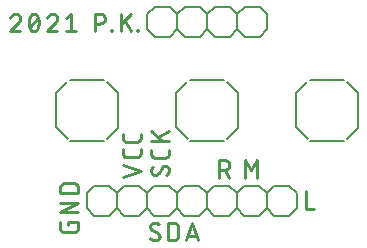
<source format=gto>
G04 EAGLE Gerber RS-274X export*
G75*
%MOMM*%
%FSLAX34Y34*%
%LPD*%
%INTop Silkscreen*%
%IPPOS*%
%AMOC8*
5,1,8,0,0,1.08239X$1,22.5*%
G01*
G04 Define Apertures*
%ADD10C,0.279400*%
%ADD11C,0.152400*%
%ADD12C,0.127000*%
D10*
X19723Y192637D02*
X19721Y192757D01*
X19715Y192877D01*
X19706Y192997D01*
X19692Y193116D01*
X19675Y193235D01*
X19654Y193353D01*
X19629Y193471D01*
X19600Y193587D01*
X19568Y193703D01*
X19532Y193818D01*
X19492Y193931D01*
X19449Y194043D01*
X19402Y194154D01*
X19352Y194263D01*
X19298Y194370D01*
X19241Y194476D01*
X19180Y194579D01*
X19116Y194681D01*
X19049Y194781D01*
X18979Y194878D01*
X18906Y194973D01*
X18829Y195066D01*
X18750Y195156D01*
X18668Y195244D01*
X18583Y195329D01*
X18495Y195411D01*
X18405Y195490D01*
X18312Y195567D01*
X18217Y195640D01*
X18120Y195710D01*
X18020Y195777D01*
X17918Y195841D01*
X17815Y195902D01*
X17709Y195959D01*
X17602Y196013D01*
X17493Y196063D01*
X17382Y196110D01*
X17270Y196153D01*
X17157Y196193D01*
X17042Y196229D01*
X16926Y196261D01*
X16810Y196290D01*
X16692Y196315D01*
X16574Y196336D01*
X16455Y196353D01*
X16336Y196367D01*
X16216Y196376D01*
X16096Y196382D01*
X15976Y196384D01*
X15976Y196383D02*
X15838Y196381D01*
X15701Y196375D01*
X15564Y196365D01*
X15427Y196352D01*
X15291Y196334D01*
X15155Y196312D01*
X15019Y196287D01*
X14885Y196258D01*
X14752Y196225D01*
X14619Y196188D01*
X14488Y196147D01*
X14357Y196103D01*
X14229Y196055D01*
X14101Y196003D01*
X13975Y195947D01*
X13851Y195888D01*
X13728Y195826D01*
X13608Y195760D01*
X13489Y195691D01*
X13372Y195618D01*
X13258Y195542D01*
X13145Y195462D01*
X13035Y195380D01*
X12927Y195294D01*
X12822Y195206D01*
X12720Y195114D01*
X12620Y195020D01*
X12522Y194922D01*
X12428Y194822D01*
X12337Y194719D01*
X12248Y194614D01*
X12163Y194506D01*
X12080Y194396D01*
X12001Y194284D01*
X11925Y194169D01*
X11852Y194052D01*
X11783Y193933D01*
X11717Y193813D01*
X11655Y193690D01*
X11596Y193566D01*
X11541Y193440D01*
X11489Y193312D01*
X11441Y193183D01*
X11397Y193053D01*
X18473Y189723D02*
X18563Y189811D01*
X18649Y189902D01*
X18733Y189995D01*
X18814Y190091D01*
X18892Y190189D01*
X18966Y190289D01*
X19038Y190392D01*
X19106Y190497D01*
X19171Y190605D01*
X19233Y190714D01*
X19291Y190825D01*
X19346Y190938D01*
X19397Y191052D01*
X19444Y191168D01*
X19488Y191285D01*
X19528Y191404D01*
X19565Y191524D01*
X19598Y191645D01*
X19627Y191767D01*
X19652Y191889D01*
X19673Y192013D01*
X19691Y192137D01*
X19704Y192262D01*
X19714Y192387D01*
X19720Y192512D01*
X19722Y192637D01*
X18474Y189723D02*
X11397Y181397D01*
X19723Y181397D01*
X27028Y188890D02*
X27032Y189185D01*
X27042Y189479D01*
X27060Y189774D01*
X27084Y190068D01*
X27116Y190361D01*
X27154Y190653D01*
X27200Y190944D01*
X27253Y191234D01*
X27312Y191523D01*
X27378Y191810D01*
X27451Y192096D01*
X27531Y192380D01*
X27618Y192662D01*
X27711Y192941D01*
X27811Y193219D01*
X27918Y193493D01*
X28031Y193766D01*
X28151Y194035D01*
X28277Y194302D01*
X28315Y194405D01*
X28356Y194506D01*
X28400Y194605D01*
X28448Y194704D01*
X28499Y194800D01*
X28554Y194894D01*
X28612Y194987D01*
X28673Y195077D01*
X28738Y195165D01*
X28805Y195251D01*
X28876Y195334D01*
X28949Y195415D01*
X29025Y195493D01*
X29104Y195569D01*
X29186Y195641D01*
X29270Y195711D01*
X29357Y195777D01*
X29445Y195841D01*
X29536Y195901D01*
X29630Y195958D01*
X29725Y196012D01*
X29822Y196062D01*
X29920Y196109D01*
X30020Y196152D01*
X30122Y196192D01*
X30225Y196228D01*
X30329Y196260D01*
X30435Y196289D01*
X30541Y196314D01*
X30648Y196335D01*
X30756Y196352D01*
X30864Y196366D01*
X30973Y196375D01*
X31082Y196381D01*
X31191Y196383D01*
X31300Y196381D01*
X31409Y196375D01*
X31518Y196366D01*
X31626Y196352D01*
X31734Y196335D01*
X31841Y196314D01*
X31947Y196289D01*
X32053Y196260D01*
X32157Y196228D01*
X32260Y196192D01*
X32362Y196152D01*
X32462Y196109D01*
X32560Y196062D01*
X32657Y196012D01*
X32752Y195958D01*
X32846Y195901D01*
X32937Y195841D01*
X33025Y195777D01*
X33112Y195711D01*
X33196Y195641D01*
X33278Y195569D01*
X33357Y195493D01*
X33433Y195415D01*
X33506Y195334D01*
X33577Y195251D01*
X33644Y195165D01*
X33709Y195077D01*
X33770Y194987D01*
X33828Y194894D01*
X33883Y194800D01*
X33934Y194704D01*
X33982Y194605D01*
X34026Y194506D01*
X34067Y194405D01*
X34105Y194302D01*
X34231Y194035D01*
X34351Y193766D01*
X34464Y193493D01*
X34571Y193219D01*
X34671Y192941D01*
X34764Y192662D01*
X34851Y192380D01*
X34931Y192096D01*
X35004Y191810D01*
X35070Y191523D01*
X35129Y191234D01*
X35182Y190944D01*
X35228Y190653D01*
X35266Y190361D01*
X35298Y190068D01*
X35322Y189774D01*
X35340Y189479D01*
X35350Y189185D01*
X35354Y188890D01*
X27028Y188890D02*
X27032Y188595D01*
X27042Y188301D01*
X27060Y188006D01*
X27084Y187712D01*
X27116Y187419D01*
X27154Y187127D01*
X27200Y186836D01*
X27253Y186546D01*
X27312Y186257D01*
X27378Y185970D01*
X27451Y185684D01*
X27531Y185400D01*
X27618Y185118D01*
X27711Y184839D01*
X27811Y184561D01*
X27918Y184287D01*
X28031Y184014D01*
X28151Y183745D01*
X28277Y183478D01*
X28315Y183375D01*
X28356Y183274D01*
X28400Y183175D01*
X28448Y183076D01*
X28499Y182980D01*
X28554Y182886D01*
X28612Y182793D01*
X28673Y182703D01*
X28738Y182615D01*
X28805Y182529D01*
X28876Y182446D01*
X28949Y182365D01*
X29025Y182287D01*
X29104Y182211D01*
X29186Y182139D01*
X29270Y182069D01*
X29357Y182003D01*
X29445Y181939D01*
X29536Y181879D01*
X29630Y181822D01*
X29725Y181768D01*
X29822Y181718D01*
X29920Y181671D01*
X30020Y181628D01*
X30122Y181588D01*
X30225Y181552D01*
X30329Y181520D01*
X30435Y181491D01*
X30541Y181466D01*
X30648Y181445D01*
X30756Y181428D01*
X30864Y181414D01*
X30973Y181405D01*
X31082Y181399D01*
X31191Y181397D01*
X34105Y183478D02*
X34231Y183745D01*
X34351Y184014D01*
X34464Y184287D01*
X34571Y184561D01*
X34671Y184839D01*
X34764Y185118D01*
X34851Y185400D01*
X34931Y185684D01*
X35004Y185970D01*
X35070Y186257D01*
X35129Y186546D01*
X35182Y186836D01*
X35228Y187127D01*
X35266Y187419D01*
X35298Y187712D01*
X35322Y188006D01*
X35340Y188301D01*
X35350Y188595D01*
X35354Y188890D01*
X34105Y183478D02*
X34067Y183375D01*
X34026Y183274D01*
X33982Y183175D01*
X33934Y183076D01*
X33883Y182980D01*
X33828Y182886D01*
X33770Y182793D01*
X33709Y182703D01*
X33644Y182615D01*
X33577Y182529D01*
X33506Y182446D01*
X33433Y182365D01*
X33357Y182287D01*
X33278Y182211D01*
X33196Y182139D01*
X33112Y182069D01*
X33025Y182003D01*
X32937Y181939D01*
X32845Y181879D01*
X32752Y181822D01*
X32657Y181768D01*
X32560Y181718D01*
X32462Y181671D01*
X32362Y181628D01*
X32260Y181588D01*
X32157Y181552D01*
X32053Y181520D01*
X31947Y181491D01*
X31841Y181466D01*
X31734Y181445D01*
X31626Y181428D01*
X31518Y181414D01*
X31409Y181405D01*
X31300Y181399D01*
X31191Y181397D01*
X27861Y184727D02*
X34521Y193053D01*
X47238Y196384D02*
X47358Y196382D01*
X47478Y196376D01*
X47598Y196367D01*
X47717Y196353D01*
X47836Y196336D01*
X47954Y196315D01*
X48072Y196290D01*
X48188Y196261D01*
X48304Y196229D01*
X48419Y196193D01*
X48532Y196153D01*
X48644Y196110D01*
X48755Y196063D01*
X48864Y196013D01*
X48971Y195959D01*
X49077Y195902D01*
X49180Y195841D01*
X49282Y195777D01*
X49382Y195710D01*
X49479Y195640D01*
X49574Y195567D01*
X49667Y195490D01*
X49757Y195411D01*
X49845Y195329D01*
X49930Y195244D01*
X50012Y195156D01*
X50091Y195066D01*
X50168Y194973D01*
X50241Y194878D01*
X50311Y194781D01*
X50378Y194681D01*
X50442Y194579D01*
X50503Y194476D01*
X50560Y194370D01*
X50614Y194263D01*
X50664Y194154D01*
X50711Y194043D01*
X50754Y193931D01*
X50794Y193818D01*
X50830Y193703D01*
X50862Y193587D01*
X50891Y193471D01*
X50916Y193353D01*
X50937Y193235D01*
X50954Y193116D01*
X50968Y192997D01*
X50977Y192877D01*
X50983Y192757D01*
X50985Y192637D01*
X47238Y196383D02*
X47100Y196381D01*
X46963Y196375D01*
X46826Y196365D01*
X46689Y196352D01*
X46553Y196334D01*
X46417Y196312D01*
X46281Y196287D01*
X46147Y196258D01*
X46014Y196225D01*
X45881Y196188D01*
X45750Y196147D01*
X45619Y196103D01*
X45491Y196055D01*
X45363Y196003D01*
X45237Y195947D01*
X45113Y195888D01*
X44990Y195826D01*
X44870Y195760D01*
X44751Y195691D01*
X44634Y195618D01*
X44520Y195542D01*
X44407Y195462D01*
X44297Y195380D01*
X44189Y195294D01*
X44084Y195206D01*
X43982Y195114D01*
X43882Y195020D01*
X43784Y194922D01*
X43690Y194822D01*
X43599Y194719D01*
X43510Y194614D01*
X43425Y194506D01*
X43342Y194396D01*
X43263Y194284D01*
X43187Y194169D01*
X43114Y194052D01*
X43045Y193933D01*
X42979Y193813D01*
X42917Y193690D01*
X42858Y193566D01*
X42803Y193440D01*
X42751Y193312D01*
X42703Y193183D01*
X42659Y193053D01*
X49736Y189723D02*
X49826Y189811D01*
X49912Y189902D01*
X49996Y189995D01*
X50077Y190091D01*
X50155Y190189D01*
X50229Y190289D01*
X50301Y190392D01*
X50369Y190497D01*
X50434Y190605D01*
X50496Y190714D01*
X50554Y190825D01*
X50609Y190938D01*
X50660Y191052D01*
X50707Y191168D01*
X50751Y191285D01*
X50791Y191404D01*
X50828Y191524D01*
X50861Y191645D01*
X50890Y191767D01*
X50915Y191889D01*
X50936Y192013D01*
X50954Y192137D01*
X50967Y192262D01*
X50977Y192387D01*
X50983Y192512D01*
X50985Y192637D01*
X49736Y189723D02*
X42659Y181397D01*
X50985Y181397D01*
X58291Y193053D02*
X62453Y196383D01*
X62453Y181397D01*
X58291Y181397D02*
X66616Y181397D01*
X83098Y181397D02*
X83098Y196383D01*
X87260Y196383D01*
X87388Y196381D01*
X87516Y196375D01*
X87644Y196365D01*
X87772Y196351D01*
X87899Y196334D01*
X88025Y196312D01*
X88151Y196287D01*
X88275Y196257D01*
X88399Y196224D01*
X88522Y196187D01*
X88644Y196146D01*
X88764Y196102D01*
X88883Y196054D01*
X89000Y196002D01*
X89116Y195947D01*
X89229Y195888D01*
X89342Y195825D01*
X89452Y195759D01*
X89559Y195690D01*
X89665Y195618D01*
X89769Y195542D01*
X89870Y195463D01*
X89969Y195381D01*
X90065Y195296D01*
X90158Y195209D01*
X90249Y195118D01*
X90336Y195025D01*
X90421Y194929D01*
X90503Y194830D01*
X90582Y194729D01*
X90658Y194625D01*
X90730Y194519D01*
X90799Y194412D01*
X90865Y194301D01*
X90928Y194189D01*
X90987Y194076D01*
X91042Y193960D01*
X91094Y193843D01*
X91142Y193724D01*
X91186Y193604D01*
X91227Y193482D01*
X91264Y193359D01*
X91297Y193235D01*
X91327Y193111D01*
X91352Y192985D01*
X91374Y192859D01*
X91391Y192732D01*
X91405Y192604D01*
X91415Y192476D01*
X91421Y192348D01*
X91423Y192220D01*
X91421Y192092D01*
X91415Y191964D01*
X91405Y191836D01*
X91391Y191708D01*
X91374Y191581D01*
X91352Y191455D01*
X91327Y191329D01*
X91297Y191205D01*
X91264Y191081D01*
X91227Y190958D01*
X91186Y190836D01*
X91142Y190716D01*
X91094Y190597D01*
X91042Y190480D01*
X90987Y190364D01*
X90928Y190251D01*
X90865Y190139D01*
X90799Y190028D01*
X90730Y189921D01*
X90658Y189815D01*
X90582Y189711D01*
X90503Y189610D01*
X90421Y189511D01*
X90336Y189415D01*
X90249Y189322D01*
X90158Y189231D01*
X90065Y189144D01*
X89969Y189059D01*
X89870Y188977D01*
X89769Y188898D01*
X89665Y188822D01*
X89559Y188750D01*
X89452Y188681D01*
X89342Y188615D01*
X89229Y188552D01*
X89116Y188493D01*
X89000Y188438D01*
X88883Y188386D01*
X88764Y188338D01*
X88644Y188294D01*
X88522Y188253D01*
X88399Y188216D01*
X88275Y188183D01*
X88151Y188153D01*
X88025Y188128D01*
X87899Y188106D01*
X87772Y188089D01*
X87644Y188075D01*
X87516Y188065D01*
X87388Y188059D01*
X87260Y188057D01*
X83098Y188057D01*
X96947Y182230D02*
X96947Y181397D01*
X96947Y182230D02*
X97779Y182230D01*
X97779Y181397D01*
X96947Y181397D01*
X104981Y181397D02*
X104981Y196383D01*
X113307Y196383D02*
X104981Y187225D01*
X108312Y190555D02*
X113307Y181397D01*
X118831Y181397D02*
X118831Y182230D01*
X119663Y182230D01*
X119663Y181397D01*
X118831Y181397D01*
X60277Y19723D02*
X60277Y17225D01*
X60277Y19723D02*
X68603Y19723D01*
X68603Y14727D01*
X68601Y14613D01*
X68595Y14500D01*
X68586Y14386D01*
X68572Y14274D01*
X68555Y14161D01*
X68533Y14049D01*
X68508Y13939D01*
X68480Y13829D01*
X68447Y13720D01*
X68411Y13612D01*
X68371Y13505D01*
X68327Y13400D01*
X68280Y13297D01*
X68230Y13195D01*
X68176Y13095D01*
X68118Y12997D01*
X68057Y12901D01*
X67994Y12807D01*
X67926Y12715D01*
X67856Y12625D01*
X67783Y12539D01*
X67707Y12454D01*
X67628Y12372D01*
X67546Y12293D01*
X67462Y12217D01*
X67375Y12144D01*
X67285Y12074D01*
X67193Y12007D01*
X67099Y11943D01*
X67003Y11882D01*
X66905Y11824D01*
X66805Y11770D01*
X66703Y11720D01*
X66600Y11673D01*
X66495Y11629D01*
X66388Y11589D01*
X66280Y11553D01*
X66171Y11520D01*
X66061Y11492D01*
X65951Y11467D01*
X65839Y11445D01*
X65726Y11428D01*
X65614Y11414D01*
X65500Y11405D01*
X65387Y11399D01*
X65273Y11397D01*
X56947Y11397D01*
X56833Y11399D01*
X56720Y11405D01*
X56606Y11414D01*
X56494Y11428D01*
X56381Y11445D01*
X56269Y11467D01*
X56159Y11492D01*
X56049Y11520D01*
X55940Y11553D01*
X55832Y11589D01*
X55725Y11629D01*
X55620Y11673D01*
X55517Y11720D01*
X55415Y11770D01*
X55315Y11824D01*
X55217Y11882D01*
X55121Y11943D01*
X55027Y12006D01*
X54935Y12074D01*
X54845Y12144D01*
X54759Y12217D01*
X54674Y12293D01*
X54592Y12372D01*
X54513Y12454D01*
X54437Y12538D01*
X54364Y12625D01*
X54294Y12715D01*
X54227Y12807D01*
X54163Y12901D01*
X54102Y12997D01*
X54044Y13095D01*
X53990Y13195D01*
X53940Y13297D01*
X53893Y13400D01*
X53849Y13505D01*
X53809Y13612D01*
X53773Y13720D01*
X53740Y13829D01*
X53712Y13939D01*
X53687Y14049D01*
X53665Y14161D01*
X53648Y14274D01*
X53634Y14386D01*
X53625Y14500D01*
X53619Y14613D01*
X53617Y14727D01*
X53617Y19723D01*
X53617Y28070D02*
X68603Y28070D01*
X68603Y36396D02*
X53617Y28070D01*
X53617Y36396D02*
X68603Y36396D01*
X68603Y44744D02*
X53617Y44744D01*
X53617Y48906D01*
X53619Y49034D01*
X53625Y49162D01*
X53635Y49290D01*
X53649Y49418D01*
X53666Y49545D01*
X53688Y49671D01*
X53713Y49797D01*
X53743Y49921D01*
X53776Y50045D01*
X53813Y50168D01*
X53854Y50290D01*
X53898Y50410D01*
X53946Y50529D01*
X53998Y50646D01*
X54053Y50762D01*
X54112Y50875D01*
X54175Y50988D01*
X54241Y51098D01*
X54310Y51206D01*
X54382Y51311D01*
X54458Y51415D01*
X54537Y51516D01*
X54619Y51615D01*
X54704Y51711D01*
X54791Y51804D01*
X54882Y51895D01*
X54975Y51983D01*
X55071Y52067D01*
X55170Y52149D01*
X55271Y52228D01*
X55375Y52304D01*
X55481Y52376D01*
X55588Y52445D01*
X55699Y52511D01*
X55811Y52574D01*
X55924Y52633D01*
X56040Y52688D01*
X56157Y52740D01*
X56276Y52788D01*
X56396Y52832D01*
X56518Y52873D01*
X56641Y52910D01*
X56765Y52943D01*
X56889Y52973D01*
X57015Y52998D01*
X57141Y53020D01*
X57268Y53037D01*
X57396Y53051D01*
X57524Y53061D01*
X57652Y53067D01*
X57780Y53069D01*
X64440Y53069D01*
X64568Y53067D01*
X64696Y53061D01*
X64824Y53051D01*
X64952Y53037D01*
X65079Y53020D01*
X65205Y52998D01*
X65331Y52973D01*
X65455Y52943D01*
X65579Y52910D01*
X65702Y52873D01*
X65824Y52832D01*
X65944Y52788D01*
X66063Y52740D01*
X66180Y52688D01*
X66296Y52633D01*
X66409Y52574D01*
X66522Y52511D01*
X66632Y52445D01*
X66739Y52376D01*
X66845Y52304D01*
X66949Y52228D01*
X67050Y52149D01*
X67149Y52067D01*
X67245Y51982D01*
X67338Y51895D01*
X67429Y51804D01*
X67516Y51711D01*
X67601Y51615D01*
X67683Y51516D01*
X67762Y51415D01*
X67838Y51311D01*
X67910Y51205D01*
X67979Y51098D01*
X68045Y50988D01*
X68108Y50875D01*
X68167Y50762D01*
X68222Y50646D01*
X68274Y50529D01*
X68322Y50410D01*
X68366Y50290D01*
X68407Y50168D01*
X68444Y50045D01*
X68477Y49921D01*
X68507Y49797D01*
X68532Y49671D01*
X68554Y49545D01*
X68571Y49418D01*
X68585Y49290D01*
X68595Y49162D01*
X68601Y49034D01*
X68603Y48906D01*
X68603Y44744D01*
X106617Y58397D02*
X121603Y63392D01*
X106617Y68388D01*
X121603Y78131D02*
X121603Y81462D01*
X121603Y78131D02*
X121601Y78017D01*
X121595Y77904D01*
X121586Y77790D01*
X121572Y77678D01*
X121555Y77565D01*
X121533Y77453D01*
X121508Y77343D01*
X121480Y77233D01*
X121447Y77124D01*
X121411Y77016D01*
X121371Y76909D01*
X121327Y76804D01*
X121280Y76701D01*
X121230Y76599D01*
X121176Y76499D01*
X121118Y76401D01*
X121057Y76305D01*
X120994Y76211D01*
X120926Y76119D01*
X120856Y76029D01*
X120783Y75943D01*
X120707Y75858D01*
X120628Y75776D01*
X120546Y75697D01*
X120462Y75621D01*
X120375Y75548D01*
X120285Y75478D01*
X120193Y75411D01*
X120099Y75347D01*
X120003Y75286D01*
X119905Y75228D01*
X119805Y75174D01*
X119703Y75124D01*
X119600Y75077D01*
X119495Y75033D01*
X119388Y74993D01*
X119280Y74957D01*
X119171Y74924D01*
X119061Y74896D01*
X118951Y74871D01*
X118839Y74849D01*
X118726Y74832D01*
X118614Y74818D01*
X118500Y74809D01*
X118387Y74803D01*
X118273Y74801D01*
X109947Y74801D01*
X109947Y74802D02*
X109833Y74804D01*
X109720Y74810D01*
X109606Y74819D01*
X109494Y74833D01*
X109381Y74850D01*
X109269Y74872D01*
X109159Y74897D01*
X109049Y74925D01*
X108940Y74958D01*
X108832Y74994D01*
X108725Y75034D01*
X108620Y75078D01*
X108517Y75125D01*
X108415Y75175D01*
X108315Y75229D01*
X108217Y75287D01*
X108121Y75348D01*
X108027Y75411D01*
X107935Y75479D01*
X107845Y75549D01*
X107759Y75622D01*
X107674Y75698D01*
X107592Y75777D01*
X107513Y75859D01*
X107437Y75943D01*
X107364Y76030D01*
X107294Y76120D01*
X107227Y76212D01*
X107163Y76306D01*
X107102Y76402D01*
X107044Y76500D01*
X106990Y76600D01*
X106940Y76702D01*
X106893Y76805D01*
X106849Y76910D01*
X106809Y77017D01*
X106773Y77125D01*
X106740Y77234D01*
X106712Y77344D01*
X106687Y77454D01*
X106665Y77566D01*
X106648Y77679D01*
X106634Y77791D01*
X106625Y77905D01*
X106619Y78018D01*
X106617Y78132D01*
X106617Y78131D02*
X106617Y81462D01*
X121603Y91158D02*
X121603Y94488D01*
X121603Y91158D02*
X121601Y91044D01*
X121595Y90931D01*
X121586Y90817D01*
X121572Y90705D01*
X121555Y90592D01*
X121533Y90480D01*
X121508Y90370D01*
X121480Y90260D01*
X121447Y90151D01*
X121411Y90043D01*
X121371Y89936D01*
X121327Y89831D01*
X121280Y89728D01*
X121230Y89626D01*
X121176Y89526D01*
X121118Y89428D01*
X121057Y89332D01*
X120994Y89238D01*
X120926Y89146D01*
X120856Y89056D01*
X120783Y88970D01*
X120707Y88885D01*
X120628Y88803D01*
X120546Y88724D01*
X120462Y88648D01*
X120375Y88575D01*
X120285Y88505D01*
X120193Y88438D01*
X120099Y88374D01*
X120003Y88313D01*
X119905Y88255D01*
X119805Y88201D01*
X119703Y88151D01*
X119600Y88104D01*
X119495Y88060D01*
X119388Y88020D01*
X119280Y87984D01*
X119171Y87951D01*
X119061Y87923D01*
X118951Y87898D01*
X118839Y87876D01*
X118726Y87859D01*
X118614Y87845D01*
X118500Y87836D01*
X118387Y87830D01*
X118273Y87828D01*
X118273Y87827D02*
X109947Y87827D01*
X109947Y87828D02*
X109833Y87830D01*
X109720Y87836D01*
X109606Y87845D01*
X109494Y87859D01*
X109381Y87876D01*
X109269Y87898D01*
X109159Y87923D01*
X109049Y87951D01*
X108940Y87984D01*
X108832Y88020D01*
X108725Y88060D01*
X108620Y88104D01*
X108517Y88151D01*
X108415Y88201D01*
X108315Y88255D01*
X108217Y88313D01*
X108121Y88374D01*
X108027Y88437D01*
X107935Y88505D01*
X107845Y88575D01*
X107759Y88648D01*
X107674Y88724D01*
X107592Y88803D01*
X107513Y88885D01*
X107437Y88969D01*
X107364Y89056D01*
X107294Y89146D01*
X107227Y89238D01*
X107163Y89332D01*
X107102Y89428D01*
X107044Y89526D01*
X106990Y89626D01*
X106940Y89728D01*
X106893Y89831D01*
X106849Y89936D01*
X106809Y90043D01*
X106773Y90151D01*
X106740Y90260D01*
X106712Y90370D01*
X106687Y90480D01*
X106665Y90592D01*
X106648Y90705D01*
X106634Y90817D01*
X106625Y90931D01*
X106619Y91044D01*
X106617Y91158D01*
X106617Y94488D01*
X142273Y67722D02*
X142387Y67720D01*
X142500Y67714D01*
X142614Y67705D01*
X142726Y67691D01*
X142839Y67674D01*
X142951Y67652D01*
X143061Y67627D01*
X143171Y67599D01*
X143280Y67566D01*
X143388Y67530D01*
X143495Y67490D01*
X143600Y67446D01*
X143703Y67399D01*
X143805Y67349D01*
X143905Y67295D01*
X144003Y67237D01*
X144099Y67176D01*
X144193Y67113D01*
X144285Y67045D01*
X144375Y66975D01*
X144461Y66902D01*
X144546Y66826D01*
X144628Y66747D01*
X144707Y66665D01*
X144783Y66580D01*
X144856Y66494D01*
X144926Y66404D01*
X144994Y66312D01*
X145057Y66218D01*
X145118Y66122D01*
X145176Y66024D01*
X145230Y65924D01*
X145280Y65822D01*
X145327Y65719D01*
X145371Y65614D01*
X145411Y65507D01*
X145447Y65399D01*
X145480Y65290D01*
X145508Y65180D01*
X145533Y65070D01*
X145555Y64958D01*
X145572Y64845D01*
X145586Y64733D01*
X145595Y64619D01*
X145601Y64506D01*
X145603Y64392D01*
X145601Y64224D01*
X145595Y64055D01*
X145585Y63887D01*
X145571Y63720D01*
X145553Y63552D01*
X145531Y63386D01*
X145505Y63219D01*
X145475Y63054D01*
X145441Y62889D01*
X145403Y62725D01*
X145361Y62562D01*
X145315Y62400D01*
X145265Y62239D01*
X145212Y62079D01*
X145155Y61921D01*
X145094Y61764D01*
X145029Y61609D01*
X144961Y61455D01*
X144888Y61303D01*
X144813Y61153D01*
X144733Y61004D01*
X144651Y60858D01*
X144564Y60713D01*
X144475Y60571D01*
X144382Y60430D01*
X144285Y60292D01*
X144185Y60157D01*
X144082Y60024D01*
X143976Y59893D01*
X143867Y59765D01*
X143755Y59639D01*
X143640Y59517D01*
X143522Y59397D01*
X133947Y59814D02*
X133833Y59816D01*
X133720Y59822D01*
X133606Y59831D01*
X133494Y59845D01*
X133381Y59862D01*
X133269Y59884D01*
X133159Y59909D01*
X133049Y59937D01*
X132940Y59970D01*
X132832Y60006D01*
X132725Y60046D01*
X132620Y60090D01*
X132517Y60137D01*
X132415Y60187D01*
X132315Y60241D01*
X132217Y60299D01*
X132121Y60360D01*
X132027Y60423D01*
X131935Y60491D01*
X131845Y60561D01*
X131759Y60634D01*
X131674Y60710D01*
X131592Y60789D01*
X131513Y60871D01*
X131437Y60956D01*
X131364Y61042D01*
X131294Y61132D01*
X131226Y61224D01*
X131163Y61318D01*
X131102Y61414D01*
X131044Y61512D01*
X130990Y61612D01*
X130940Y61714D01*
X130893Y61817D01*
X130849Y61922D01*
X130809Y62029D01*
X130773Y62137D01*
X130740Y62246D01*
X130712Y62356D01*
X130687Y62466D01*
X130665Y62578D01*
X130648Y62691D01*
X130634Y62803D01*
X130625Y62917D01*
X130619Y63030D01*
X130617Y63144D01*
X130619Y63299D01*
X130625Y63453D01*
X130634Y63607D01*
X130648Y63761D01*
X130665Y63915D01*
X130686Y64068D01*
X130710Y64220D01*
X130739Y64372D01*
X130771Y64523D01*
X130807Y64674D01*
X130847Y64823D01*
X130890Y64971D01*
X130937Y65119D01*
X130988Y65265D01*
X131042Y65409D01*
X131100Y65553D01*
X131162Y65694D01*
X131226Y65835D01*
X131295Y65973D01*
X131366Y66110D01*
X131442Y66245D01*
X131520Y66378D01*
X131602Y66510D01*
X131687Y66639D01*
X131775Y66766D01*
X131866Y66890D01*
X136861Y61478D02*
X136802Y61381D01*
X136739Y61287D01*
X136674Y61194D01*
X136605Y61104D01*
X136534Y61016D01*
X136459Y60931D01*
X136382Y60848D01*
X136302Y60768D01*
X136220Y60690D01*
X136134Y60616D01*
X136047Y60544D01*
X135957Y60475D01*
X135865Y60409D01*
X135770Y60347D01*
X135674Y60287D01*
X135576Y60231D01*
X135475Y60178D01*
X135373Y60129D01*
X135270Y60083D01*
X135165Y60040D01*
X135059Y60001D01*
X134951Y59965D01*
X134842Y59934D01*
X134733Y59906D01*
X134622Y59881D01*
X134511Y59860D01*
X134399Y59843D01*
X134286Y59830D01*
X134173Y59821D01*
X134060Y59815D01*
X133947Y59813D01*
X139359Y66057D02*
X139418Y66154D01*
X139481Y66248D01*
X139546Y66341D01*
X139615Y66431D01*
X139686Y66519D01*
X139761Y66604D01*
X139838Y66687D01*
X139918Y66767D01*
X140000Y66845D01*
X140086Y66919D01*
X140173Y66991D01*
X140263Y67060D01*
X140355Y67126D01*
X140450Y67188D01*
X140546Y67248D01*
X140644Y67304D01*
X140745Y67357D01*
X140847Y67406D01*
X140950Y67453D01*
X141055Y67495D01*
X141161Y67534D01*
X141269Y67570D01*
X141378Y67601D01*
X141487Y67629D01*
X141598Y67654D01*
X141709Y67675D01*
X141821Y67692D01*
X141934Y67705D01*
X142047Y67714D01*
X142160Y67720D01*
X142273Y67722D01*
X139359Y66057D02*
X136861Y61478D01*
X145603Y77778D02*
X145603Y81108D01*
X145603Y77778D02*
X145601Y77664D01*
X145595Y77551D01*
X145586Y77437D01*
X145572Y77325D01*
X145555Y77212D01*
X145533Y77100D01*
X145508Y76990D01*
X145480Y76880D01*
X145447Y76771D01*
X145411Y76663D01*
X145371Y76556D01*
X145327Y76451D01*
X145280Y76348D01*
X145230Y76246D01*
X145176Y76146D01*
X145118Y76048D01*
X145057Y75952D01*
X144994Y75858D01*
X144926Y75766D01*
X144856Y75676D01*
X144783Y75590D01*
X144707Y75505D01*
X144628Y75423D01*
X144546Y75344D01*
X144462Y75268D01*
X144375Y75195D01*
X144285Y75125D01*
X144193Y75058D01*
X144099Y74994D01*
X144003Y74933D01*
X143905Y74875D01*
X143805Y74821D01*
X143703Y74771D01*
X143600Y74724D01*
X143495Y74680D01*
X143388Y74640D01*
X143280Y74604D01*
X143171Y74571D01*
X143061Y74543D01*
X142951Y74518D01*
X142839Y74496D01*
X142726Y74479D01*
X142614Y74465D01*
X142500Y74456D01*
X142387Y74450D01*
X142273Y74448D01*
X133947Y74448D01*
X133833Y74450D01*
X133720Y74456D01*
X133606Y74465D01*
X133494Y74479D01*
X133381Y74496D01*
X133269Y74518D01*
X133159Y74543D01*
X133049Y74571D01*
X132940Y74604D01*
X132832Y74640D01*
X132725Y74680D01*
X132620Y74724D01*
X132517Y74771D01*
X132415Y74821D01*
X132315Y74875D01*
X132217Y74933D01*
X132121Y74994D01*
X132027Y75057D01*
X131935Y75125D01*
X131845Y75195D01*
X131759Y75268D01*
X131674Y75344D01*
X131592Y75423D01*
X131513Y75505D01*
X131437Y75589D01*
X131364Y75676D01*
X131294Y75766D01*
X131227Y75858D01*
X131163Y75952D01*
X131102Y76048D01*
X131044Y76146D01*
X130990Y76246D01*
X130940Y76348D01*
X130893Y76451D01*
X130849Y76556D01*
X130809Y76663D01*
X130773Y76771D01*
X130740Y76880D01*
X130712Y76990D01*
X130687Y77100D01*
X130665Y77212D01*
X130648Y77325D01*
X130634Y77437D01*
X130625Y77551D01*
X130619Y77664D01*
X130617Y77778D01*
X130617Y81108D01*
X130617Y88372D02*
X145603Y88372D01*
X139775Y88372D02*
X130617Y96698D01*
X136445Y91703D02*
X145603Y96698D01*
X137722Y7727D02*
X137720Y7613D01*
X137714Y7500D01*
X137705Y7386D01*
X137691Y7274D01*
X137674Y7161D01*
X137652Y7049D01*
X137627Y6939D01*
X137599Y6829D01*
X137566Y6720D01*
X137530Y6612D01*
X137490Y6505D01*
X137446Y6400D01*
X137399Y6297D01*
X137349Y6195D01*
X137295Y6095D01*
X137237Y5997D01*
X137176Y5901D01*
X137113Y5807D01*
X137045Y5715D01*
X136975Y5625D01*
X136902Y5539D01*
X136826Y5454D01*
X136747Y5372D01*
X136665Y5293D01*
X136581Y5217D01*
X136494Y5144D01*
X136404Y5074D01*
X136312Y5007D01*
X136218Y4943D01*
X136122Y4882D01*
X136024Y4824D01*
X135924Y4770D01*
X135822Y4720D01*
X135719Y4673D01*
X135614Y4629D01*
X135507Y4589D01*
X135399Y4553D01*
X135290Y4520D01*
X135180Y4492D01*
X135070Y4467D01*
X134958Y4445D01*
X134845Y4428D01*
X134733Y4414D01*
X134619Y4405D01*
X134506Y4399D01*
X134392Y4397D01*
X134224Y4399D01*
X134056Y4405D01*
X133888Y4415D01*
X133720Y4429D01*
X133552Y4447D01*
X133386Y4469D01*
X133219Y4495D01*
X133054Y4525D01*
X132889Y4559D01*
X132725Y4597D01*
X132562Y4639D01*
X132400Y4685D01*
X132239Y4735D01*
X132079Y4788D01*
X131921Y4845D01*
X131764Y4906D01*
X131609Y4971D01*
X131455Y5039D01*
X131303Y5112D01*
X131153Y5187D01*
X131004Y5267D01*
X130857Y5349D01*
X130713Y5436D01*
X130571Y5525D01*
X130430Y5619D01*
X130292Y5715D01*
X130157Y5815D01*
X130024Y5918D01*
X129893Y6024D01*
X129765Y6133D01*
X129639Y6245D01*
X129517Y6360D01*
X129397Y6478D01*
X129814Y16053D02*
X129816Y16167D01*
X129822Y16280D01*
X129831Y16394D01*
X129845Y16506D01*
X129862Y16619D01*
X129884Y16731D01*
X129909Y16841D01*
X129937Y16951D01*
X129970Y17060D01*
X130006Y17168D01*
X130046Y17275D01*
X130090Y17380D01*
X130137Y17483D01*
X130187Y17585D01*
X130241Y17685D01*
X130299Y17783D01*
X130360Y17879D01*
X130423Y17973D01*
X130491Y18065D01*
X130561Y18155D01*
X130634Y18241D01*
X130710Y18326D01*
X130789Y18408D01*
X130871Y18487D01*
X130956Y18563D01*
X131042Y18636D01*
X131132Y18706D01*
X131224Y18774D01*
X131318Y18837D01*
X131414Y18898D01*
X131512Y18956D01*
X131612Y19010D01*
X131714Y19060D01*
X131817Y19107D01*
X131922Y19151D01*
X132029Y19191D01*
X132137Y19227D01*
X132246Y19260D01*
X132356Y19288D01*
X132466Y19313D01*
X132578Y19335D01*
X132691Y19352D01*
X132803Y19366D01*
X132917Y19375D01*
X133030Y19381D01*
X133144Y19383D01*
X133299Y19381D01*
X133453Y19375D01*
X133607Y19366D01*
X133761Y19352D01*
X133915Y19335D01*
X134068Y19314D01*
X134220Y19290D01*
X134372Y19261D01*
X134523Y19229D01*
X134674Y19193D01*
X134823Y19153D01*
X134971Y19110D01*
X135119Y19063D01*
X135265Y19012D01*
X135409Y18958D01*
X135553Y18900D01*
X135694Y18838D01*
X135835Y18774D01*
X135973Y18705D01*
X136110Y18634D01*
X136245Y18558D01*
X136378Y18480D01*
X136510Y18398D01*
X136639Y18313D01*
X136766Y18225D01*
X136890Y18134D01*
X131478Y13139D02*
X131381Y13198D01*
X131287Y13261D01*
X131194Y13326D01*
X131104Y13395D01*
X131016Y13466D01*
X130931Y13541D01*
X130848Y13618D01*
X130768Y13698D01*
X130690Y13780D01*
X130616Y13866D01*
X130544Y13953D01*
X130475Y14043D01*
X130409Y14135D01*
X130347Y14230D01*
X130287Y14326D01*
X130231Y14424D01*
X130178Y14525D01*
X130129Y14627D01*
X130083Y14730D01*
X130040Y14835D01*
X130001Y14941D01*
X129965Y15049D01*
X129934Y15158D01*
X129906Y15267D01*
X129881Y15378D01*
X129860Y15489D01*
X129843Y15601D01*
X129830Y15714D01*
X129821Y15827D01*
X129815Y15940D01*
X129813Y16053D01*
X136057Y10641D02*
X136154Y10582D01*
X136248Y10519D01*
X136341Y10454D01*
X136431Y10385D01*
X136519Y10314D01*
X136604Y10239D01*
X136687Y10162D01*
X136767Y10082D01*
X136845Y10000D01*
X136919Y9914D01*
X136991Y9827D01*
X137060Y9737D01*
X137126Y9645D01*
X137188Y9550D01*
X137248Y9454D01*
X137304Y9356D01*
X137357Y9255D01*
X137406Y9153D01*
X137453Y9050D01*
X137495Y8945D01*
X137534Y8839D01*
X137570Y8731D01*
X137601Y8622D01*
X137629Y8513D01*
X137654Y8402D01*
X137675Y8291D01*
X137692Y8179D01*
X137705Y8066D01*
X137714Y7953D01*
X137720Y7840D01*
X137722Y7727D01*
X136057Y10641D02*
X131478Y13139D01*
X145028Y19383D02*
X145028Y4397D01*
X145028Y19383D02*
X149191Y19383D01*
X149319Y19381D01*
X149447Y19375D01*
X149575Y19365D01*
X149703Y19351D01*
X149830Y19334D01*
X149956Y19312D01*
X150082Y19287D01*
X150206Y19257D01*
X150330Y19224D01*
X150453Y19187D01*
X150575Y19146D01*
X150695Y19102D01*
X150814Y19054D01*
X150931Y19002D01*
X151047Y18947D01*
X151160Y18888D01*
X151273Y18825D01*
X151383Y18759D01*
X151490Y18690D01*
X151596Y18618D01*
X151700Y18542D01*
X151801Y18463D01*
X151900Y18381D01*
X151996Y18296D01*
X152089Y18209D01*
X152180Y18118D01*
X152267Y18025D01*
X152352Y17929D01*
X152434Y17830D01*
X152513Y17729D01*
X152589Y17625D01*
X152661Y17519D01*
X152730Y17412D01*
X152796Y17302D01*
X152859Y17189D01*
X152918Y17076D01*
X152973Y16960D01*
X153025Y16843D01*
X153073Y16724D01*
X153117Y16604D01*
X153158Y16482D01*
X153195Y16359D01*
X153228Y16235D01*
X153258Y16111D01*
X153283Y15985D01*
X153305Y15859D01*
X153322Y15732D01*
X153336Y15604D01*
X153346Y15476D01*
X153352Y15348D01*
X153354Y15220D01*
X153354Y8560D01*
X153352Y8432D01*
X153346Y8304D01*
X153336Y8176D01*
X153322Y8048D01*
X153305Y7921D01*
X153283Y7795D01*
X153258Y7669D01*
X153228Y7545D01*
X153195Y7421D01*
X153158Y7298D01*
X153117Y7176D01*
X153073Y7056D01*
X153025Y6937D01*
X152973Y6820D01*
X152918Y6704D01*
X152859Y6591D01*
X152796Y6478D01*
X152730Y6368D01*
X152661Y6261D01*
X152589Y6155D01*
X152513Y6051D01*
X152434Y5950D01*
X152352Y5851D01*
X152267Y5755D01*
X152180Y5662D01*
X152089Y5571D01*
X151996Y5484D01*
X151900Y5399D01*
X151801Y5317D01*
X151700Y5238D01*
X151596Y5162D01*
X151490Y5090D01*
X151383Y5021D01*
X151273Y4955D01*
X151160Y4892D01*
X151047Y4833D01*
X150931Y4778D01*
X150814Y4726D01*
X150695Y4678D01*
X150575Y4634D01*
X150453Y4593D01*
X150330Y4556D01*
X150206Y4523D01*
X150082Y4493D01*
X149956Y4468D01*
X149830Y4446D01*
X149703Y4429D01*
X149575Y4415D01*
X149447Y4405D01*
X149319Y4399D01*
X149191Y4397D01*
X145028Y4397D01*
X160348Y4397D02*
X165343Y19383D01*
X170339Y4397D01*
X169090Y8144D02*
X161597Y8144D01*
X261397Y31397D02*
X261397Y46383D01*
X261397Y31397D02*
X268057Y31397D01*
X210397Y57397D02*
X210397Y72383D01*
X215392Y64057D01*
X220388Y72383D01*
X220388Y57397D01*
X188397Y57397D02*
X188397Y72383D01*
X192560Y72383D01*
X192688Y72381D01*
X192816Y72375D01*
X192944Y72365D01*
X193072Y72351D01*
X193199Y72334D01*
X193325Y72312D01*
X193451Y72287D01*
X193575Y72257D01*
X193699Y72224D01*
X193822Y72187D01*
X193944Y72146D01*
X194064Y72102D01*
X194183Y72054D01*
X194300Y72002D01*
X194416Y71947D01*
X194529Y71888D01*
X194642Y71825D01*
X194752Y71759D01*
X194859Y71690D01*
X194965Y71618D01*
X195069Y71542D01*
X195170Y71463D01*
X195269Y71381D01*
X195365Y71296D01*
X195458Y71209D01*
X195549Y71118D01*
X195636Y71025D01*
X195721Y70929D01*
X195803Y70830D01*
X195882Y70729D01*
X195958Y70625D01*
X196030Y70519D01*
X196099Y70412D01*
X196165Y70301D01*
X196228Y70189D01*
X196287Y70076D01*
X196342Y69960D01*
X196394Y69843D01*
X196442Y69724D01*
X196486Y69604D01*
X196527Y69482D01*
X196564Y69359D01*
X196597Y69235D01*
X196627Y69111D01*
X196652Y68985D01*
X196674Y68859D01*
X196691Y68732D01*
X196705Y68604D01*
X196715Y68476D01*
X196721Y68348D01*
X196723Y68220D01*
X196721Y68092D01*
X196715Y67964D01*
X196705Y67836D01*
X196691Y67708D01*
X196674Y67581D01*
X196652Y67455D01*
X196627Y67329D01*
X196597Y67205D01*
X196564Y67081D01*
X196527Y66958D01*
X196486Y66836D01*
X196442Y66716D01*
X196394Y66597D01*
X196342Y66480D01*
X196287Y66364D01*
X196228Y66251D01*
X196165Y66138D01*
X196099Y66028D01*
X196030Y65921D01*
X195958Y65815D01*
X195882Y65711D01*
X195803Y65610D01*
X195721Y65511D01*
X195636Y65415D01*
X195549Y65322D01*
X195458Y65231D01*
X195365Y65144D01*
X195269Y65059D01*
X195170Y64977D01*
X195069Y64898D01*
X194965Y64822D01*
X194859Y64750D01*
X194752Y64681D01*
X194642Y64615D01*
X194529Y64552D01*
X194416Y64493D01*
X194300Y64438D01*
X194183Y64386D01*
X194064Y64338D01*
X193944Y64294D01*
X193822Y64253D01*
X193699Y64216D01*
X193575Y64183D01*
X193451Y64153D01*
X193325Y64128D01*
X193199Y64106D01*
X193072Y64089D01*
X192944Y64075D01*
X192816Y64065D01*
X192688Y64059D01*
X192560Y64057D01*
X188397Y64057D01*
X193392Y64057D02*
X196723Y57397D01*
D11*
X171850Y176864D02*
X178200Y183214D01*
X171850Y176864D02*
X159150Y176864D01*
X152800Y183214D01*
X152800Y195914D01*
X159150Y202264D01*
X171850Y202264D01*
X178200Y195914D01*
X209950Y176864D02*
X222650Y176864D01*
X209950Y176864D02*
X203600Y183214D01*
X203600Y195914D01*
X209950Y202264D01*
X203600Y183214D02*
X197250Y176864D01*
X184550Y176864D01*
X178200Y183214D01*
X178200Y195914D01*
X184550Y202264D01*
X197250Y202264D01*
X203600Y195914D01*
X229000Y195914D02*
X229000Y183214D01*
X222650Y176864D01*
X229000Y195914D02*
X222650Y202264D01*
X209950Y202264D01*
X146450Y176864D02*
X133750Y176864D01*
X127400Y183214D01*
X127400Y195914D01*
X133750Y202264D01*
X152800Y183214D02*
X146450Y176864D01*
X152800Y195914D02*
X146450Y202264D01*
X133750Y202264D01*
X127000Y31750D02*
X120650Y25400D01*
X107950Y25400D01*
X101600Y31750D01*
X101600Y44450D01*
X107950Y50800D01*
X120650Y50800D01*
X127000Y44450D01*
X158750Y25400D02*
X171450Y25400D01*
X158750Y25400D02*
X152400Y31750D01*
X152400Y44450D01*
X158750Y50800D01*
X152400Y31750D02*
X146050Y25400D01*
X133350Y25400D01*
X127000Y31750D01*
X127000Y44450D01*
X133350Y50800D01*
X146050Y50800D01*
X152400Y44450D01*
X196850Y25400D02*
X203200Y31750D01*
X196850Y25400D02*
X184150Y25400D01*
X177800Y31750D01*
X177800Y44450D01*
X184150Y50800D01*
X196850Y50800D01*
X203200Y44450D01*
X177800Y31750D02*
X171450Y25400D01*
X177800Y44450D02*
X171450Y50800D01*
X158750Y50800D01*
X234950Y25400D02*
X247650Y25400D01*
X234950Y25400D02*
X228600Y31750D01*
X228600Y44450D01*
X234950Y50800D01*
X228600Y31750D02*
X222250Y25400D01*
X209550Y25400D01*
X203200Y31750D01*
X203200Y44450D01*
X209550Y50800D01*
X222250Y50800D01*
X228600Y44450D01*
X254000Y44450D02*
X254000Y31750D01*
X247650Y25400D01*
X254000Y44450D02*
X247650Y50800D01*
X234950Y50800D01*
X95250Y25400D02*
X82550Y25400D01*
X76200Y31750D01*
X76200Y44450D01*
X82550Y50800D01*
X101600Y31750D02*
X95250Y25400D01*
X101600Y44450D02*
X95250Y50800D01*
X82550Y50800D01*
D12*
X265062Y140300D02*
X294086Y140300D01*
X305400Y129300D02*
X305400Y103300D01*
X305400Y99702D01*
X293998Y88300D02*
X265442Y88300D01*
X253400Y100300D02*
X253400Y129300D01*
X253400Y100300D02*
X263400Y90300D01*
X253400Y129300D02*
X262400Y138300D01*
X296400Y138300D02*
X305400Y129300D01*
X305400Y99702D02*
X305400Y99300D01*
X296400Y90300D01*
X192486Y140300D02*
X163462Y140300D01*
X203800Y129300D02*
X203800Y103300D01*
X203800Y99702D01*
X192398Y88300D02*
X163842Y88300D01*
X151800Y100300D02*
X151800Y129300D01*
X151800Y100300D02*
X161800Y90300D01*
X151800Y129300D02*
X160800Y138300D01*
X194800Y138300D02*
X203800Y129300D01*
X203800Y99702D02*
X203800Y99300D01*
X194800Y90300D01*
X90886Y140300D02*
X61862Y140300D01*
X102200Y129300D02*
X102200Y103300D01*
X102200Y99702D01*
X90798Y88300D02*
X62242Y88300D01*
X50200Y100300D02*
X50200Y129300D01*
X50200Y100300D02*
X60200Y90300D01*
X50200Y129300D02*
X59200Y138300D01*
X93200Y138300D02*
X102200Y129300D01*
X102200Y99702D02*
X102200Y99300D01*
X93200Y90300D01*
M02*

</source>
